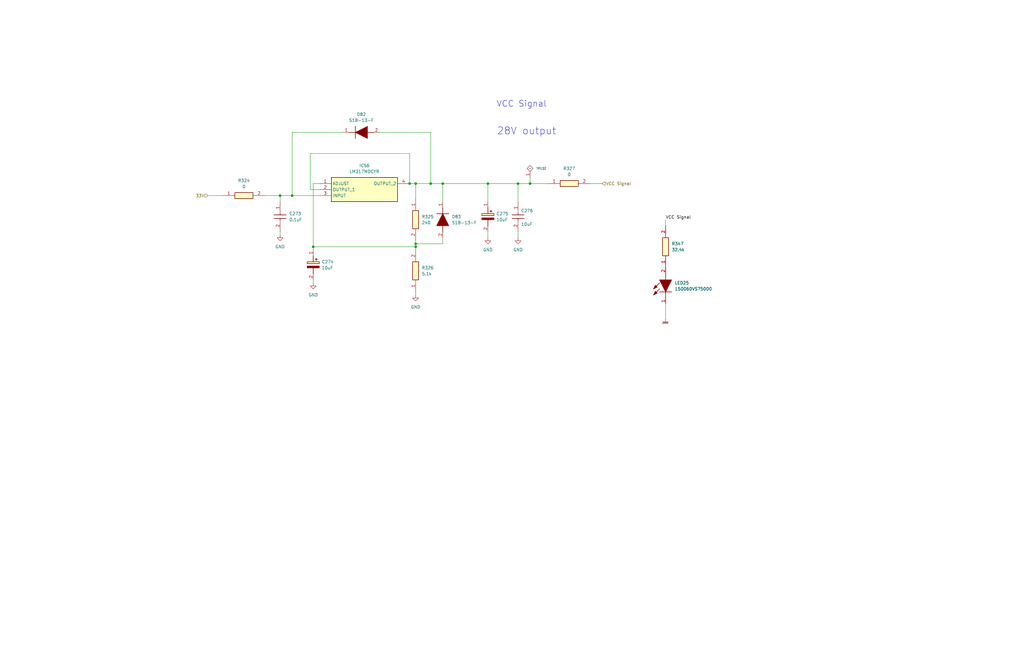
<source format=kicad_sch>
(kicad_sch (version 20231120) (generator "eeschema") (generator_version "8.0")
  (paper "B")
  (title_block (title "Audio System") (date "2025-02-06") (rev "P1") (company "Wolfe Engineering"))
  (lib_symbols
    (symbol "1 Audio Amp:150060VS75000" (pin_names hide)
      (property "Reference" "LED" (at 12.7 8.89 0))
      (property "Value" "150060VS75000" (at 12.7 6.35 0))
      (symbol "150060VS75000_1_1"
        (polyline (pts (xy 2.54 0) (xy 5.08 0)) (stroke (width 0.254)))
        (polyline (pts (xy 5.08 2.54) (xy 5.08 -2.54)) (stroke (width 0.254)))
        (polyline (pts (xy 6.35 2.54) (xy 3.81 5.08)) (stroke (width 0.254)))
        (polyline (pts (xy 8.89 2.54) (xy 6.35 5.08)) (stroke (width 0.254)))
        (polyline (pts (xy 10.16 0) (xy 12.7 0)) (stroke (width 0.254)))
        (polyline (pts (xy 5.08 0) (xy 10.16 2.54) (xy 10.16 -2.54) (xy 5.08 0)) (stroke (width 0.254)) (fill (type outline)))
        (polyline (pts (xy 5.334 4.318) (xy 4.572 3.556) (xy 3.81 5.08) (xy 5.334 4.318)) (stroke (width 0.254)) (fill (type outline)))
        (polyline (pts (xy 7.874 4.318) (xy 7.112 3.556) (xy 6.35 5.08) (xy 7.874 4.318)) (stroke (width 0.254)) (fill (type outline)))
        (pin passive line (at 0 0 0) (length 2.54) (name "K") (number "1"))
        (pin passive line (at 15.24 0 180) (length 2.54) (name "A") (number "2"))
      )
    )
    (symbol "1 Audio Amp:RC0603FR-0732K4L" (pin_names hide)
      (property "Reference" "R" (at 13.97 6.35 0))
      (property "Value" "RC0603FR-0732K4L" (at 13.97 3.81 0))
      (symbol "RC0603FR-0732K4L_1_1"
        (rectangle (start 5.08 1.27) (end 12.7 -1.27) (stroke (width 0.254)) (fill (type background)))
        (pin passive line (at 0 0 0) (length 5.08) (name "1") (number "1"))
        (pin passive line (at 17.78 0 180) (length 5.08) (name "2") (number "2"))
      )
    )
    (symbol "1 Audio Amp:RC0603JR-070RL" (pin_names hide)
      (property "Reference" "R" (at 13.97 6.35 0))
      (property "Value" "RC0603JR-070RL" (at 13.97 3.81 0))
      (symbol "RC0603JR-070RL_1_1"
        (rectangle (start 5.08 1.27) (end 12.7 -1.27) (stroke (width 0.254)) (fill (type background)))
        (pin passive line (at 0 0 0) (length 5.08) (name "1") (number "1"))
        (pin passive line (at 17.78 0 180) (length 5.08) (name "2") (number "2"))
      )
    )
    (symbol "Audio System:A759BQ106M1VAAE090" (pin_names hide)
      (property "Reference" "C" (at 8.89 6.35 0))
      (property "Value" "A759BQ106M1VAAE090" (at 8.89 3.81 0))
      (symbol "A759BQ106M1VAAE090_1_1"
        (polyline (pts (xy 2.54 0) (xy 5.08 0)) (stroke (width 0.254)))
        (polyline (pts (xy 4.064 1.778) (xy 4.064 0.762)) (stroke (width 0.254)))
        (polyline (pts (xy 4.572 1.27) (xy 3.556 1.27)) (stroke (width 0.254)))
        (polyline (pts (xy 7.62 0) (xy 10.16 0)) (stroke (width 0.254)))
        (polyline (pts (xy 7.62 2.54) (xy 7.62 -2.54) (xy 6.858 -2.54) (xy 6.858 2.54) (xy 7.62 2.54)) (stroke (width 0.254)) (fill (type outline)))
        (rectangle (start 5.08 2.54) (end 5.842 -2.54) (stroke (width 0.254)) (fill (type background)))
        (pin passive line (at 0 0 0) (length 2.54) (name "+") (number "1"))
        (pin passive line (at 12.7 0 180) (length 2.54) (name "-") (number "2"))
      )
    )
    (symbol "Audio System:C0603C104M5RACTU" (pin_names hide)
      (property "Reference" "C" (at 8.89 6.35 0))
      (property "Value" "C0603C104M5RACTU" (at 8.89 3.81 0))
      (symbol "C0603C104M5RACTU_1_1"
        (polyline (pts (xy 5.08 0) (xy 5.588 0)) (stroke (width 0.254)))
        (polyline (pts (xy 5.588 2.54) (xy 5.588 -2.54)) (stroke (width 0.254)))
        (polyline (pts (xy 7.112 0) (xy 7.62 0)) (stroke (width 0.254)))
        (polyline (pts (xy 7.112 2.54) (xy 7.112 -2.54)) (stroke (width 0.254)))
        (pin passive line (at 0 0 0) (length 5.08) (name "1") (number "1"))
        (pin passive line (at 12.7 0 180) (length 5.08) (name "2") (number "2"))
      )
    )
    (symbol "Audio System:CRCW12065K10FKEA" (pin_names hide)
      (property "Reference" "R" (at 13.97 6.35 0))
      (property "Value" "CRCW12065K10FKEA" (at 13.97 3.81 0))
      (symbol "CRCW12065K10FKEA_1_1"
        (rectangle (start 5.08 1.27) (end 12.7 -1.27) (stroke (width 0.254)) (fill (type background)))
        (pin passive line (at 0 0 0) (length 5.08) (name "1") (number "1"))
        (pin passive line (at 17.78 0 180) (length 5.08) (name "2") (number "2"))
      )
    )
    (symbol "Audio System:GRM21BR61H106KE43L" (pin_names hide)
      (property "Reference" "C" (at 8.89 6.35 0))
      (property "Value" "GRM21BR61H106KE43L" (at 8.89 3.81 0))
      (symbol "GRM21BR61H106KE43L_1_1"
        (polyline (pts (xy 5.08 0) (xy 5.588 0)) (stroke (width 0.254)))
        (polyline (pts (xy 5.588 2.54) (xy 5.588 -2.54)) (stroke (width 0.254)))
        (polyline (pts (xy 7.112 0) (xy 7.62 0)) (stroke (width 0.254)))
        (polyline (pts (xy 7.112 2.54) (xy 7.112 -2.54)) (stroke (width 0.254)))
        (pin passive line (at 0 0 0) (length 5.08) (name "1") (number "1"))
        (pin passive line (at 12.7 0 180) (length 5.08) (name "2") (number "2"))
      )
    )
    (symbol "Audio System:LM317MDCYR"
      (property "Reference" "IC" (at 34.29 7.62 0))
      (property "Value" "LM317MDCYR" (at 34.29 5.08 0))
      (symbol "LM317MDCYR_1_1"
        (rectangle (start 5.08 2.54) (end 33.02 -7.62) (stroke (width 0.254)) (fill (type background)))
        (pin passive line (at 0 0 0) (length 5.08) (name "ADJUST") (number "1"))
        (pin passive line (at 0 -2.54 0) (length 5.08) (name "OUTPUT_1") (number "2"))
        (pin passive line (at 0 -5.08 0) (length 5.08) (name "INPUT") (number "3"))
        (pin passive line (at 38.1 0 180) (length 5.08) (name "OUTPUT_2") (number "4"))
      )
    )
    (symbol "Audio System:RC0805FR-07240RL" (pin_names hide)
      (property "Reference" "R" (at 13.97 6.35 0))
      (property "Value" "RC0805FR-07240RL" (at 13.97 3.81 0))
      (symbol "RC0805FR-07240RL_1_1"
        (rectangle (start 5.08 1.27) (end 12.7 -1.27) (stroke (width 0.254)) (fill (type background)))
        (pin passive line (at 0 0 0) (length 5.08) (name "1") (number "1"))
        (pin passive line (at 17.78 0 180) (length 5.08) (name "2") (number "2"))
      )
    )
    (symbol "Audio System:S1B-13-F" (pin_names hide)
      (property "Reference" "D" (at 11.43 5.08 0))
      (property "Value" "S1B-13-F" (at 11.43 2.54 0))
      (symbol "S1B-13-F_1_1"
        (polyline (pts (xy 2.54 0) (xy 5.08 0)) (stroke (width 0.254)))
        (polyline (pts (xy 5.08 2.54) (xy 5.08 -2.54)) (stroke (width 0.254)))
        (polyline (pts (xy 10.16 0) (xy 12.7 0)) (stroke (width 0.254)))
        (polyline (pts (xy 5.08 0) (xy 10.16 2.54) (xy 10.16 -2.54) (xy 5.08 0)) (stroke (width 0.254)) (fill (type outline)))
        (pin passive line (at 0 0 0) (length 2.54) (name "K") (number "1"))
        (pin passive line (at 15.24 0 180) (length 2.54) (name "A") (number "2"))
      )
    )
    (symbol "Audio System:TP"
      (property "Reference" "TP" (at 2.54 -1.27 0))
      (symbol "TP_0_1"
        (polyline (pts (xy 0 -1.27) (xy 1.27 0) (xy 0 1.27) (xy -1.27 0) (xy 0 -1.27)))
      )
      (symbol "TP_1_1"
        (pin input line (at 0 -3.81 90) (length 2.54) (name "") (number "1"))
      )
    )
    (symbol "GNDPWR_3" (power) (pin_names (offset 0))
      (property "Value" "GNDPWR" (at 0 -3.302 0))
      (symbol "GNDPWR_3_0_1"
        (polyline (pts (xy 0 -1.27) (xy 0 0)))
        (polyline (pts (xy -1.016 -1.27) (xy -1.27 -2.032) (xy -1.27 -2.032)) (stroke (width 0.2032)))
        (polyline (pts (xy -0.508 -1.27) (xy -0.762 -2.032) (xy -0.762 -2.032)) (stroke (width 0.2032)))
        (polyline (pts (xy 0 -1.27) (xy -0.254 -2.032) (xy -0.254 -2.032)) (stroke (width 0.2032)))
        (polyline (pts (xy 0.508 -1.27) (xy 0.254 -2.032) (xy 0.254 -2.032)) (stroke (width 0.2032)))
        (polyline (pts (xy 1.016 -1.27) (xy -1.016 -1.27) (xy -1.016 -1.27)) (stroke (width 0.2032)))
        (polyline (pts (xy 1.016 -1.27) (xy 0.762 -2.032) (xy 0.762 -2.032) (xy 0.762 -2.032)) (stroke (width 0.2032)))
      )
      (symbol "GNDPWR_3_1_1"
        (pin power_in line (at 0 0 270) (length 0) hide (name "GNDPWR") (number "1"))
      )
    )
    (symbol "GND_1" (power) (pin_names (offset 0))
      (property "Value" "GND" (at 0 -3.81 0))
      (symbol "GND_1_0_1"
        (polyline (pts (xy 0 0) (xy 0 -1.27) (xy 1.27 -1.27) (xy 0 -2.54) (xy -1.27 -1.27) (xy 0 -1.27)))
      )
      (symbol "GND_1_1_1"
        (pin power_in line (at 0 0 270) (length 0) hide (name "GND") (number "1"))
      )
    )
    (symbol "GND_2" (power) (pin_names (offset 0))
      (property "Value" "GND" (at 0 -3.81 0))
      (symbol "GND_2_0_1"
        (polyline (pts (xy 0 0) (xy 0 -1.27) (xy 1.27 -1.27) (xy 0 -2.54) (xy -1.27 -1.27) (xy 0 -1.27)))
      )
      (symbol "GND_2_1_1"
        (pin power_in line (at 0 0 270) (length 0) hide (name "GND") (number "1"))
      )
    )
    (symbol "GND_3" (power) (pin_names (offset 0))
      (property "Value" "GND" (at 0 -3.81 0))
      (symbol "GND_3_0_1"
        (polyline (pts (xy 0 0) (xy 0 -1.27) (xy 1.27 -1.27) (xy 0 -2.54) (xy -1.27 -1.27) (xy 0 -1.27)))
      )
      (symbol "GND_3_1_1"
        (pin power_in line (at 0 0 270) (length 0) hide (name "GND") (number "1"))
      )
    )
    (symbol "GND_4" (power) (pin_names (offset 0))
      (property "Value" "GND" (at 0 -3.81 0))
      (symbol "GND_4_0_1"
        (polyline (pts (xy 0 0) (xy 0 -1.27) (xy 1.27 -1.27) (xy 0 -2.54) (xy -1.27 -1.27) (xy 0 -1.27)))
      )
      (symbol "GND_4_1_1"
        (pin power_in line (at 0 0 270) (length 0) hide (name "GND") (number "1"))
      )
    )
    (symbol "power:GND" (power) (pin_names (offset 0))
      (property "Value" "GND" (at 0 -3.81 0))
      (symbol "GND_0_1"
        (polyline (pts (xy 0 0) (xy 0 -1.27) (xy 1.27 -1.27) (xy 0 -2.54) (xy -1.27 -1.27) (xy 0 -1.27)))
      )
      (symbol "GND_1_1"
        (pin power_in line (at 0 0 270) (length 0) hide (name "GND") (number "1"))
      )
    )
  )
  (junction (at 172.72 77.47))
  (junction (at 218.44 77.47))
  (junction (at 223.52 77.47))
  (junction (at 175.26 104.14))
  (junction (at 132.08 104.14))
  (junction (at 181.61 77.47))
  (junction (at 175.26 102.87))
  (junction (at 175.26 77.47))
  (junction (at 186.69 77.47))
  (junction (at 205.74 77.47))
  (junction (at 118.11 82.55))
  (junction (at 123.19 82.55))
  (wire (pts (xy 186.69 102.87) (xy 186.69 100.33)))
  (wire (pts (xy 223.52 77.47) (xy 231.14 77.47)))
  (wire (pts (xy 181.61 55.88) (xy 181.61 77.47)))
  (wire (pts (xy 118.11 82.55) (xy 123.19 82.55)))
  (wire (pts (xy 118.11 97.79) (xy 118.11 99.06)))
  (wire (pts (xy 280.67 92.71) (xy 280.67 95.25)))
  (wire (pts (xy 205.74 97.79) (xy 205.74 100.33)))
  (wire (pts (xy 111.76 82.55) (xy 118.11 82.55)))
  (wire (pts (xy 218.44 77.47) (xy 223.52 77.47)))
  (wire (pts (xy 172.72 64.77) (xy 172.72 77.47)))
  (wire (pts (xy 160.02 55.88) (xy 181.61 55.88)))
  (wire (pts (xy 130.81 64.77) (xy 172.72 64.77)))
  (wire (pts (xy 175.26 77.47) (xy 181.61 77.47)))
  (wire (pts (xy 248.92 77.47) (xy 254 77.47)))
  (wire (pts (xy 175.26 101.6) (xy 175.26 102.87)))
  (wire (pts (xy 175.26 123.19) (xy 175.26 124.46)))
  (wire (pts (xy 175.26 104.14) (xy 175.26 105.41)))
  (wire (pts (xy 205.74 77.47) (xy 218.44 77.47)))
  (wire (pts (xy 186.69 77.47) (xy 205.74 77.47)))
  (wire (pts (xy 134.62 80.01) (xy 130.81 80.01)))
  (wire (pts (xy 175.26 77.47) (xy 175.26 83.82)))
  (wire (pts (xy 132.08 77.47) (xy 132.08 104.14)))
  (wire (pts (xy 123.19 55.88) (xy 123.19 82.55)))
  (wire (pts (xy 175.26 102.87) (xy 186.69 102.87)))
  (wire (pts (xy 87.63 82.55) (xy 93.98 82.55)))
  (wire (pts (xy 218.44 97.79) (xy 218.44 100.33)))
  (wire (pts (xy 205.74 77.47) (xy 205.74 85.09)))
  (wire (pts (xy 134.62 77.47) (xy 132.08 77.47)))
  (wire (pts (xy 218.44 77.47) (xy 218.44 85.09)))
  (wire (pts (xy 130.81 80.01) (xy 130.81 64.77)))
  (wire (pts (xy 132.08 104.14) (xy 175.26 104.14)))
  (wire (pts (xy 144.78 55.88) (xy 123.19 55.88)))
  (wire (pts (xy 118.11 85.09) (xy 118.11 82.55)))
  (wire (pts (xy 280.67 128.27) (xy 280.67 134.62)))
  (wire (pts (xy 123.19 82.55) (xy 134.62 82.55)))
  (wire (pts (xy 186.69 85.09) (xy 186.69 77.47)))
  (wire (pts (xy 223.52 74.93) (xy 223.52 77.47)))
  (wire (pts (xy 132.08 118.11) (xy 132.08 119.38)))
  (wire (pts (xy 175.26 102.87) (xy 175.26 104.14)))
  (wire (pts (xy 132.08 104.14) (xy 132.08 105.41)))
  (wire (pts (xy 181.61 77.47) (xy 186.69 77.47)))
  (wire (pts (xy 172.72 77.47) (xy 175.26 77.47)))
  (text "VCC Signal" (at 219.964 43.942 0) (effects (font (size 2.54 2.54))))
  (text "28V output\n" (at 209.55 57.15 0) (effects (font (size 3 3)) (justify left bottom)))
  (label "VCC Signal" (at 280.67 92.71 0))
  (hierarchical_label "VCC Signal" (shape input) (at 254 77.47 0))
  (hierarchical_label "33V" (shape input) (at 87.63 82.55 180))
  (symbol (lib_id "Audio System:C0603C104M5RACTU") (at 118.11 85.09 270) (unit 1)
    (property "Reference" "C273" (at 121.92 90.17 90) (effects (justify left)))
    (property "Value" "0.1uF" (at 121.92 92.71 90) (effects (justify left)))
    (property "Footprint" "1 Audio Amp:C0603" (effects (hide yes)))
    (property "Datasheet" "https://content.kemet.com/datasheets/KEM_C1002_X7R_SMD.pdf" (effects (hide yes)))
    (property "Height" "0.87" (effects (hide yes)))
    (property "Manufacturer_Name" "KEMET" (effects (hide yes)))
    (property "Manufacturer_Part_Number" "C0603C104M5RACTU" (effects (hide yes)))
    (property "Mouser Part Number" "80-C0603C104M5R" (effects (hide yes)))
    (property "Mouser Price/Stock" "https://www.mouser.co.uk/ProductDetail/KEMET/C0603C104M5RACTU?qs=YkRtRX%252BfoqJT%252B0m410IP4A%3D%3D" (effects (hide yes)))
    (property "Arrow Part Number" "C0603C104M5RACTU" (effects (hide yes)))
    (property "Arrow Price/Stock" "https://www.arrow.com/en/products/c0603c104m5ractu/kemet-corporation?utm_currency=USD&region=nac" (effects (hide yes)))
  )
  (symbol (lib_name "GNDPWR_3") (lib_id "power:GNDPWR") (at 280.67 134.62 0) (unit 1)
    (property "Reference" "#PWR046" (effects (hide yes)))
    (property "Value" "GNDPWR" (effects (hide yes)))
  )
  (symbol (lib_id "Audio System:S1B-13-F") (at 144.78 55.88 0) (unit 1)
    (property "Reference" "D82" (at 152.4 48.26 0))
    (property "Value" "S1B-13-F" (at 152.4 50.8 0))
    (property "Footprint" "1 Audio Amp:DIONM5126X230N" (effects (hide yes)))
    (property "Datasheet" "https://componentsearchengine.com/Datasheets/2/S1B-13-F.pdf" (effects (hide yes)))
    (property "Height" "2.3" (effects (hide yes)))
    (property "Manufacturer_Name" "Diodes Incorporated" (effects (hide yes)))
    (property "Manufacturer_Part_Number" "S1B-13-F" (effects (hide yes)))
    (property "Mouser Part Number" "621-S1B-F" (effects (hide yes)))
    (property "Mouser Price/Stock" "https://www.mouser.co.uk/ProductDetail/Diodes-Incorporated/S1B-13-F?qs=zxTnCqfIubBIimUkgF4o7A%3D%3D" (effects (hide yes)))
    (property "Arrow Part Number" "S1B-13-F" (effects (hide yes)))
    (property "Arrow Price/Stock" "https://www.arrow.com/en/products/s1b-13-f/diodes-incorporated?utm_currency=USD&region=nac" (effects (hide yes)))
  )
  (symbol (lib_id "power:GND") (at 205.74 100.33 0) (unit 1)
    (property "Reference" "#PWR0360" (effects (hide yes)))
    (property "Value" "GND" (at 205.74 105.41 0))
  )
  (symbol (lib_id "Audio System:CRCW12065K10FKEA") (at 175.26 123.19 90) (unit 1)
    (property "Reference" "R326" (at 177.8 113.03 90) (effects (justify right)))
    (property "Value" "5.1k" (at 177.8 115.57 90) (effects (justify right)))
    (property "Footprint" "1 Audio Amp:RESC3216X60N" (effects (hide yes)))
    (property "Datasheet" "http://www.vishay.com/docs/20035/dcrcwe3.pdf" (effects (hide yes)))
    (property "Height" "0.6" (effects (hide yes)))
    (property "Manufacturer_Name" "Vishay" (effects (hide yes)))
    (property "Manufacturer_Part_Number" "CRCW12065K10FKEA" (effects (hide yes)))
    (property "Mouser Part Number" "71-CRCW1206-5.1K-E3" (effects (hide yes)))
    (property "Mouser Price/Stock" "https://www.mouser.co.uk/ProductDetail/Vishay-Dale/CRCW12065K10FKEA?qs=%2F2dL3%2Fmkwc4UsDubBvFZrA%3D%3D" (effects (hide yes)))
    (property "Arrow Part Number" "CRCW12065K10FKEA" (effects (hide yes)))
    (property "Arrow Price/Stock" "https://www.arrow.com/en/products/crcw12065k10fkea/vishay?region=nac" (effects (hide yes)))
  )
  (symbol (lib_name "GND_2") (lib_id "power:GND") (at 218.44 100.33 0) (unit 1)
    (property "Reference" "#PWR0361" (effects (hide yes)))
    (property "Value" "GND" (at 218.44 105.41 0))
  )
  (symbol (lib_id "Audio System:A759BQ106M1VAAE090") (at 132.08 105.41 270) (unit 1)
    (property "Reference" "C274" (at 135.636 110.49 90) (effects (justify left)))
    (property "Value" "10uF" (at 135.636 113.03 90) (effects (justify left)))
    (property "Footprint" "1 Audio Amp:CAPPRD200W55D500H1200" (effects (hide yes)))
    (property "Datasheet" "https://www.kemet.com/specsheet/A759BQ106M1VAAE090" (effects (hide yes)))
    (property "Height" "12" (effects (hide yes)))
    (property "Manufacturer_Name" "KEMET" (effects (hide yes)))
    (property "Manufacturer_Part_Number" "A759BQ106M1VAAE090" (effects (hide yes)))
    (property "Mouser Part Number" "80-A759BQ106M1VAAE90" (effects (hide yes)))
    (property "Mouser Price/Stock" "https://www.mouser.co.uk/ProductDetail/KEMET/A759BQ106M1VAAE090?qs=M6jHmRuQorVuNB734fjr7g%3D%3D" (effects (hide yes)))
    (property "Arrow Part Number" "A759BQ106M1VAAE090" (effects (hide yes)))
    (property "Arrow Price/Stock" "https://www.arrow.com/en/products/a759bq106m1vaae090/kemet-corporation?region=nac" (effects (hide yes)))
  )
  (symbol (lib_name "GND_3") (lib_id "power:GND") (at 118.11 99.06 0) (unit 1)
    (property "Reference" "#PWR0357" (effects (hide yes)))
    (property "Value" "GND" (at 118.11 104.14 0))
  )
  (symbol (lib_id "Audio System:TP") (at 223.52 71.12 0) (unit 1) (exclude_from_sim yes) (in_bom no)
    (property "Reference" "TP132" (at 226.06 71.1199 0) (effects (font (size 0.9 0.9)) (justify left)))
    (property "Value" "~" (at 223.52 71.12 0))
    (property "Footprint" "1 Audio Amp:TP" (effects (hide yes)))
  )
  (symbol (lib_id "1 Audio Amp:RC0603FR-0732K4L") (at 280.67 113.03 90) (unit 1)
    (property "Reference" "R347" (at 283.21 102.8699 90) (effects (justify right)))
    (property "Value" "32.4k" (at 283.21 105.4099 90) (effects (justify right)))
    (property "Footprint" "RESC1608X55N" (effects (hide yes)))
    (property "Datasheet" "http://www.yageo.com/documents/recent/PYu-RC0603_51_RoHS_L_v5.pdf" (effects (hide yes)))
    (property "Description" "Thick Film Resistors 32.4K OHM 1%" (effects (hide yes)))
    (property "Height" "0.55" (effects (hide yes)))
    (property "Manufacturer_Name" "KEMET" (effects (hide yes)))
    (property "Manufacturer_Part_Number" "RC0603FR-0732K4L" (effects (hide yes)))
    (property "Mouser Part Number" "603-RC0603FR-0732K4L" (effects (hide yes)))
    (property "Mouser Price/Stock" "https://www.mouser.com/Search/Refine.aspx?Keyword=603-RC0603FR-0732K4L" (effects (hide yes)))
  )
  (symbol (lib_id "Audio System:GRM21BR61H106KE43L") (at 218.44 85.09 270) (unit 1)
    (property "Reference" "C276" (at 219.71 88.9 90) (effects (justify left)))
    (property "Value" "10uF" (at 219.71 94.615 90) (effects (justify left)))
    (property "Footprint" "1 Audio Amp:GRM21x" (effects (hide yes)))
    (property "Datasheet" "https://search.murata.co.jp/Ceramy/image/img/A01X/G101/ENG/GRM21BR61H106KE43-01A.pdf" (effects (hide yes)))
    (property "Height" "1.25" (effects (hide yes)))
    (property "Manufacturer_Name" "Murata Electronics" (effects (hide yes)))
    (property "Manufacturer_Part_Number" "GRM21BR61H106KE43L" (effects (hide yes)))
    (property "Mouser Part Number" "81-GRM21BR61H106KE3L" (effects (hide yes)))
    (property "Mouser Price/Stock" "https://www.mouser.co.uk/ProductDetail/Murata-Electronics/GRM21BR61H106KE43L?qs=lYGu3FyN48cBZlIduWKclg%3D%3D" (effects (hide yes)))
    (property "Arrow Part Number" "GRM21BR61H106KE43L" (effects (hide yes)))
    (property "Arrow Price/Stock" "https://www.arrow.com/en/products/grm21br61h106ke43l/murata-manufacturing?region=nac" (effects (hide yes)))
  )
  (symbol (lib_name "GND_1") (lib_id "power:GND") (at 175.26 124.46 0) (unit 1)
    (property "Reference" "#PWR0359" (effects (hide yes)))
    (property "Value" "GND" (at 175.26 129.54 0))
  )
  (symbol (lib_id "Audio System:LM317MDCYR") (at 134.62 77.47 0) (unit 1)
    (property "Reference" "IC56" (at 153.67 69.85 0))
    (property "Value" "LM317MDCYR" (at 153.67 72.39 0))
    (property "Footprint" "1 Audio Amp:SOT230P700X180-4N" (effects (hide yes)))
    (property "Datasheet" "http://www.ti.com/lit/gpn/lm317m" (effects (hide yes)))
    (property "Height" "1.8" (effects (hide yes)))
    (property "Manufacturer_Name" "Texas Instruments" (effects (hide yes)))
    (property "Manufacturer_Part_Number" "LM317MDCYR" (effects (hide yes)))
    (property "Mouser Part Number" "595-LM317MDCYR" (effects (hide yes)))
    (property "Mouser Price/Stock" "https://www.mouser.co.uk/ProductDetail/Texas-Instruments/LM317MDCYR?qs=JS6RUWRH9DWKuMPAAfpOMw%3D%3D" (effects (hide yes)))
    (property "Arrow Part Number" "LM317MDCYR" (effects (hide yes)))
    (property "Arrow Price/Stock" "https://www.arrow.com/en/products/lm317mdcyr/texas-instruments?region=nac" (effects (hide yes)))
  )
  (symbol (lib_id "1 Audio Amp:150060VS75000") (at 280.67 128.27 90) (unit 1)
    (property "Reference" "LED25" (at 284.48 119.3799 90) (effects (justify right)))
    (property "Value" "150060VS75000" (at 284.48 121.9199 90) (effects (justify right)))
    (property "Footprint" "LEDC1608X80N" (effects (hide yes)))
    (property "Datasheet" "https://componentsearchengine.com/Datasheets/2/150060VS75000.pdf" (effects (hide yes)))
    (property "Description" "2.4 V Green LED 1608 (0603) SMD, Wurth Elektronik WL-SMCW 150060VS75000" (effects (hide yes)))
    (property "Height" "0.8" (effects (hide yes)))
    (property "Manufacturer_Name" "Wurth Elektronik" (effects (hide yes)))
    (property "Manufacturer_Part_Number" "150060VS75000" (effects (hide yes)))
    (property "Mouser Part Number" "710-150060VS75000" (effects (hide yes)))
    (property "Mouser Price/Stock" "https://www.mouser.co.uk/ProductDetail/Wurth-Elektronik/150060VS75000?qs=LlUlMxKIyB1Q1Bi5mQ%2FKLw%3D%3D" (effects (hide yes)))
  )
  (symbol (lib_id "Audio System:RC0805FR-07240RL") (at 175.26 83.82 270) (unit 1)
    (property "Reference" "R325" (at 177.8 91.44 90) (effects (justify left)))
    (property "Value" "240" (at 177.8 93.98 90) (effects (justify left)))
    (property "Footprint" "1 Audio Amp:RESC2012X60N" (effects (hide yes)))
    (property "Datasheet" "http://www.yageo.com/documents/recent/PYu-RC_Group_51_RoHS_L_10.pdf" (effects (hide yes)))
    (property "Height" "0.6" (effects (hide yes)))
    (property "Manufacturer_Name" "KEMET" (effects (hide yes)))
    (property "Manufacturer_Part_Number" "RC0805FR-07240RL" (effects (hide yes)))
    (property "Mouser Part Number" "603-RC0805FR-07240RL" (effects (hide yes)))
    (property "Mouser Price/Stock" "https://www.mouser.com/Search/Refine.aspx?Keyword=603-RC0805FR-07240RL" (effects (hide yes)))
  )
  (symbol (lib_id "1 Audio Amp:RC0603JR-070RL") (at 231.14 77.47 0) (unit 1)
    (property "Reference" "R327" (at 240.03 71.12 0))
    (property "Value" "0" (at 240.03 73.66 0))
    (property "Footprint" "1 Audio Amp:RESC1608X55N" (effects (hide yes)))
    (property "Datasheet" "https://componentsearchengine.com/Datasheets/2/RC0603JR-070RL.pdf" (effects (hide yes)))
    (property "Description" "Yageo 0, 0603 (1608M) Thick Film SMD Resistor - RC0603JR-070RL" (effects (hide yes)))
    (property "Height" "0.55" (effects (hide yes)))
    (property "Manufacturer_Name" "YAGEO" (effects (hide yes)))
    (property "Manufacturer_Part_Number" "RC0603JR-070RL" (effects (hide yes)))
    (property "Mouser Part Number" "603-RC0603JR-070RL" (effects (hide yes)))
    (property "Mouser Price/Stock" "https://www.mouser.co.uk/ProductDetail/YAGEO/RC0603JR-070RL?qs=2cAdsCoAWRGWyPcuXgGiXQ%3D%3D" (effects (hide yes)))
    (property "Arrow Part Number" "RC0603JR-070RL" (effects (hide yes)))
    (property "Arrow Price/Stock" "https://www.arrow.com/en/products/rc0603jr-070rl/yageo?utm_currency=USD&region=nac" (effects (hide yes)))
  )
  (symbol (lib_name "GND_4") (lib_id "power:GND") (at 132.08 119.38 0) (unit 1)
    (property "Reference" "#PWR0358" (effects (hide yes)))
    (property "Value" "GND" (at 132.08 124.46 0))
  )
  (symbol (lib_id "Audio System:S1B-13-F") (at 186.69 85.09 270) (unit 1)
    (property "Reference" "D83" (at 190.5 91.44 90) (effects (justify left)))
    (property "Value" "S1B-13-F" (at 190.5 93.98 90) (effects (justify left)))
    (property "Footprint" "1 Audio Amp:DIONM5126X230N" (effects (hide yes)))
    (property "Datasheet" "https://componentsearchengine.com/Datasheets/2/S1B-13-F.pdf" (effects (hide yes)))
    (property "Height" "2.3" (effects (hide yes)))
    (property "Manufacturer_Name" "Diodes Incorporated" (effects (hide yes)))
    (property "Manufacturer_Part_Number" "S1B-13-F" (effects (hide yes)))
    (property "Mouser Part Number" "621-S1B-F" (effects (hide yes)))
    (property "Mouser Price/Stock" "https://www.mouser.co.uk/ProductDetail/Diodes-Incorporated/S1B-13-F?qs=zxTnCqfIubBIimUkgF4o7A%3D%3D" (effects (hide yes)))
    (property "Arrow Part Number" "S1B-13-F" (effects (hide yes)))
    (property "Arrow Price/Stock" "https://www.arrow.com/en/products/s1b-13-f/diodes-incorporated?utm_currency=USD&region=nac" (effects (hide yes)))
  )
  (symbol (lib_id "Audio System:A759BQ106M1VAAE090") (at 205.74 85.09 270) (unit 1)
    (property "Reference" "C275" (at 209.296 90.17 90) (effects (justify left)))
    (property "Value" "10uF" (at 209.296 92.71 90) (effects (justify left)))
    (property "Footprint" "1 Audio Amp:CAPPRD200W55D500H1200" (effects (hide yes)))
    (property "Datasheet" "https://www.kemet.com/specsheet/A759BQ106M1VAAE090" (effects (hide yes)))
    (property "Height" "12" (effects (hide yes)))
    (property "Manufacturer_Name" "KEMET" (effects (hide yes)))
    (property "Manufacturer_Part_Number" "A759BQ106M1VAAE090" (effects (hide yes)))
    (property "Mouser Part Number" "80-A759BQ106M1VAAE90" (effects (hide yes)))
    (property "Mouser Price/Stock" "https://www.mouser.co.uk/ProductDetail/KEMET/A759BQ106M1VAAE090?qs=M6jHmRuQorVuNB734fjr7g%3D%3D" (effects (hide yes)))
    (property "Arrow Part Number" "A759BQ106M1VAAE090" (effects (hide yes)))
    (property "Arrow Price/Stock" "https://www.arrow.com/en/products/a759bq106m1vaae090/kemet-corporation?region=nac" (effects (hide yes)))
  )
  (symbol (lib_id "1 Audio Amp:RC0603JR-070RL") (at 93.98 82.55 0) (unit 1)
    (property "Reference" "R324" (at 102.87 76.2 0))
    (property "Value" "0" (at 102.87 78.74 0))
    (property "Footprint" "1 Audio Amp:RESC1608X55N" (effects (hide yes)))
    (property "Datasheet" "https://componentsearchengine.com/Datasheets/2/RC0603JR-070RL.pdf" (effects (hide yes)))
    (property "Description" "Yageo 0, 0603 (1608M) Thick Film SMD Resistor - RC0603JR-070RL" (effects (hide yes)))
    (property "Height" "0.55" (effects (hide yes)))
    (property "Manufacturer_Name" "YAGEO" (effects (hide yes)))
    (property "Manufacturer_Part_Number" "RC0603JR-070RL" (effects (hide yes)))
    (property "Mouser Part Number" "603-RC0603JR-070RL" (effects (hide yes)))
    (property "Mouser Price/Stock" "https://www.mouser.co.uk/ProductDetail/YAGEO/RC0603JR-070RL?qs=2cAdsCoAWRGWyPcuXgGiXQ%3D%3D" (effects (hide yes)))
    (property "Arrow Part Number" "RC0603JR-070RL" (effects (hide yes)))
    (property "Arrow Price/Stock" "https://www.arrow.com/en/products/rc0603jr-070rl/yageo?utm_currency=USD&region=nac" (effects (hide yes)))
  )
)
</source>
